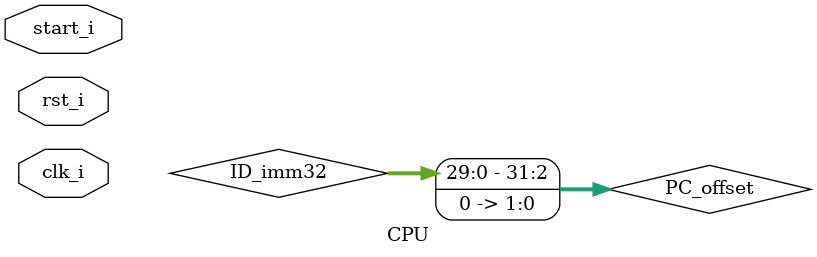
<source format=v>
module CPU
(
    clk_i, 
    rst_i,
    start_i
);

// Ports
input         clk_i;
input         rst_i;
input         start_i;

wire   [31:0] IF_inst, ALU_in1, currentPC, nextPC, PC_Add4, PC_AddOffset, PC_Branch, PC_Jump;
wire   [31:0] ID_inst, ID_PC;
wire          ID_ALUSrc, ID_RegWrite, ID_RegDst, ID_MemRd, ID_MemWr, ID_MemtoReg, ID_PCWrite, ID_Branch, ID_Jump, ID_Stall, ID_Flush;
wire          EX_ALUSrc, EX_RegWrite, EX_RegDst, EX_MemRd, EX_MemWr, EX_MemtoReg;
wire   [1:0]  ID_ALUOp;
wire   [1:0]  EX_ALUOp;
wire   [2:0]  EX_ALUCtrl;
wire   [31:0] ID_RsData, ID_RtData, ID_RdData, ID_imm32;
wire   [31:0] EX_RsData, EX_RtData, EX_RdData, EX_imm32, EX_ALUin1, EX_ALUin2, EX_ALUinB, EX_ALUResult;
wire   [4:0]  EX_Rs, EX_Rt, EX_Rd, EX_WriteReg;
wire   [5:0]  EX_funct;
wire   [1:0]  EX_ForwardA, EX_ForwardB;
wire          MEM_MemRd, MEM_MemWr, MEM_MemtoReg, MEM_RegWrite;
wire   [31:0] MEM_ALUResult, MEM_Data;
wire   [4:0]  MEM_Rt, MEM_WriteReg;
wire          WB_MemtoReg, WB_RegWrite;
wire   [31:0] WB_ALUResult, WB_MemData, WB_WriteData;
wire   [4:0]  WB_RegAddr;


// IF stage:
Adder Add_PC(
    .data1_in       (currentPC),
    .data2_in       (32'd4),
    .data_o         (PC_Add4)
);

wire [31:0] PC_offset;
assign PC_offset = ID_imm32 << 2;
Adder Add_Branch (
    .data1_in       (PC_Add4),
    .data2_in       (PC_offset),
    .data_o         (PC_AddOffset)
);

MUX32 MUX_Branch (
    .data1_i        (PC_Add4),
    .data2_i        (PC_AddOffset),
    .select_i       (ID_Branch),
    .data_o         (PC_Branch)
);

MUX32 MUX_Jump (
    .data1_i        (PC_Branch),
    .data2_i        (PC_Jump),
    .select_i       (ID_Jump),
    .data_o         (nextPC)
);

PC PC(
    .clk_i          (clk_i),
    .rst_i          (rst_i),
    .start_i        (start_i),
    .PCWrite_i      (ID_PCWrite),
    .pc_i           (nextPC),
    .pc_o           (currentPC)
);

Instruction_Memory Instruction_Memory(
    .addr_i         (currentPC), 
    .instr_o        (IF_inst)
);

// IF/ID Register:
wire brjp;
assign brjp = (ID_Branch || ID_Jump);

IF_ID IF_ID(
    .clk_i          (clk_i),
    .rst_i          (rst_i),

    .ID_Flush_i     (brjp),
    .PC_i           (currentPC),
    .inst_i         (IF_inst),

    .ID_Flush_o     (ID_Flush),
    .PC_o           (ID_PC),
    .inst_o         (ID_inst)
);

// ID stage:
Hazard_Detection Hazard_Detection (
    .ID_EX_MemRd_i  (EX_MemRd),
    .ID_EX_Rt_i     (EX_Rt),
    .IF_ID_Rs_i     (ID_inst[25:21]),
    .IF_ID_Rt_i     (ID_inst[20:16]),
    .Stall_o        (ID_Stall),
    .PCWrite_o      (ID_PCWrite)
);

assign ID_NoOp = ID_Flush || ID_Stall;

Control Control(
    .Op_i           (ID_inst[31:26]),
    .NoOp_i         (ID_NoOp),

    .ALUSrc_o       (ID_ALUSrc),
    .ALUOp_o        (ID_ALUOp),
    .RegDst_o       (ID_RegDst),
    .MemRd_o        (ID_MemRd),
    .MemWr_o        (ID_MemWr),
    .Branch_o       (ID_Branch),
    .Jump_o         (ID_Jump),
    .MemtoReg_o     (ID_MemtoReg),
    .RegWrite_o     (ID_RegWrite)
);

Registers ID_Registers(
    .clk_i          (clk_i),
    .RSaddr_i       (ID_inst[25:21]),
    .RTaddr_i       (ID_inst[20:16]),
    .RDaddr_i       (5'bx), 
    .RDdata_i       (ID_RdData),
    .RegWrite_i     (1'b0), 
    .RSdata_o       (ID_RsData), 
    .RTdata_o       (ID_RtData) 
);

Sign_Extend Sign_Extend(
    .data_i         (ID_inst[15:0]),
    .data_o         (ID_imm32)
);

// ID/EX Register:
ID_EX ID_EX(
    .clk_i          (clk_i),
    .ALUSrc_i       (ID_ALUSrc),
    .ALUOp_i        (ID_ALUOp),
    .RegDst_i       (ID_RegDst),
    .MemRd_i        (ID_MemRd),
    .MemWr_i        (ID_MemWr),
    .MemtoReg_i     (ID_MemtoReg),
    .RegWrite_i     (ID_RegWrite),
    .Data1_i        (ID_RsData),
    .Data2_i        (ID_RtData),
    .Rs_i           (ID_inst[25:21]),
    .Rt_i           (ID_inst[20:16]),
    .Rd_i           (ID_inst[15:11]),
    .imm_i          (ID_imm32),
    .funct_i        (ID_inst[5:0]),

    .ALUSrc_o       (EX_ALUSrc),
    .ALUOp_o        (EX_ALUOp),
    .RegDst_o       (EX_RegDst),
    .MemRd_o        (EX_MemRd),
    .MemWr_o        (EX_MemWr),
    .MemtoReg_o     (EX_MemtoReg),
    .RegWrite_o     (EX_RegWrite),
    .Data1_o        (EX_RsData),
    .Data2_o        (EX_RtData),
    .Rs_o           (EX_Rs),
    .Rt_o           (EX_Rt),
    .Rd_o           (EX_Rd),
    .imm_o          (EX_imm32),
    .funct_o        (EX_funct)
);

// EX Stage:
MUX5 MUX_RegDst(    
    .data1_i        (EX_Rt),
    .data2_i        (EX_Rd),
    .select_i       (EX_RegDst),
    .data_o         (EX_WriteReg)
);

MUX4 MUX_ALUSrc1 (
    .data00_i       (EX_RsData),
    .data01_i       (WB_WriteData),
    .data10_i       (MEM_ALUResult),
    .data11_i       (32'bx),
    .select_i       (EX_ForwardA),
    .data_o         (EX_ALUin1)
);

MUX4 MUX_ALUSrc2 (
    .data00_i       (EX_RtData),
    .data01_i       (WB_WriteData),
    .data10_i       (MEM_ALUResult),
    .data11_i       (32'bx),
    .select_i       (EX_ForwardB),
    .data_o         (EX_ALUinB)
);

ALU ALU(
    .data1_i        (EX_ALUin1),
    .data2_i        (EX_ALUin2),
    .ALUCtrl_i      (EX_ALUCtrl),
    .data_o         (EX_ALUResult)
);

ALU_Control ALU_Control(
    .funct_i        (EX_funct),
    .ALUOp_i        (EX_ALUOp),
    .ALUCtrl_o      (EX_ALUCtrl)
);

MUX32 MUX_ALUSrc(
    .data1_i        (EX_ALUinB),
    .data2_i        (EX_imm32),
    .select_i       (EX_ALUSrc),
    .data_o         (EX_ALUin2)
);

// EX/MEM Register:
EX_MEM EX_MEM(
    .clk_i          (clk_i),

    .MemRd_i        (EX_MemRd),
    .MemWr_i        (EX_MemWr),
    .MemtoReg_i     (EX_MemtoReg),
    .RegWrite_i     (EX_RegWrite),
    .ALUResult_i    (EX_ALUResult),
    .WriteReg_i     (EX_WriteReg),
    .Rt_i           (EX_Rt),
    .MemData_i      (EX_RtData),

    .MemRd_o        (MEM_MemRd),
    .MemWr_o        (MEM_MemWr),
    .MemtoReg_o     (MEM_MemtoReg),
    .RegWrite_o     (MEM_RegWrite),
    .ALUResult_o    (MEM_ALUResult),
    .WriteReg_o     (MEM_WriteReg),
    .Rt_o           (MEM_Rt),
    .MemData_o      (MEM_Data)
);

// MEM Stage:
Forwarding Forwarding (
    .EX_MEM_RegWrite_i  (MEM_RegWrite),
    .EX_MEM_Rd_i        (MEM_WriteReg),

    .MEM_WB_RegWrite_i  (WB_RegWrite),
    .MEM_WB_Rd_i        (WB_RegAddr),

    .ID_EX_Rs_i         (EX_Rs),
    .ID_EX_Rt_i         (EX_Rt),

    .ForwardA_o         (EX_ForwardA),
    .ForwardB_o         (EX_ForwardB)
);


Data_Memory Data_Memory(
    .addr_i         (MEM_ALUResult),
    .data_o         (MEM_Data)
);

// MEM/WB Register: 
MEM_WB MEM_WB(
    .clk_i          (clk_i),

    .MemtoReg_i     (MEM_MemtoReg),
    .RegWrite_i     (MEM_RegWrite),
    .MemData_i      (MEM_Data),
    .ALUResult_i    (MEM_ALUResult),
    .RegAddr_i      (MEM_WriteReg),

    .MemtoReg_o     (WB_MemtoReg),
    .RegWrite_o     (WB_RegWrite),
    .MemData_o      (WB_MemData),
    .ALUResult_o    (WB_ALUResult),
    .RegAddr_o      (WB_RegAddr)

);


// WB Stage:
MUX32 MUX_WBSrc (
    .data1_i        (WB_ALUResult),
    .data2_i        (WB_MemData),
    .select_i       (WB_MemtoReg),
    .data_o         (WB_WriteData)
);

Registers WB_Registers(
    .clk_i          (clk_i),
    .RSaddr_i       (5'bx),
    .RTaddr_i       (5'bx),
    .RDaddr_i       (WB_RegAddr), 
    .RDdata_i       (WB_WriteData),
    .RegWrite_i     (WB_RegWrite)
);

endmodule


</source>
